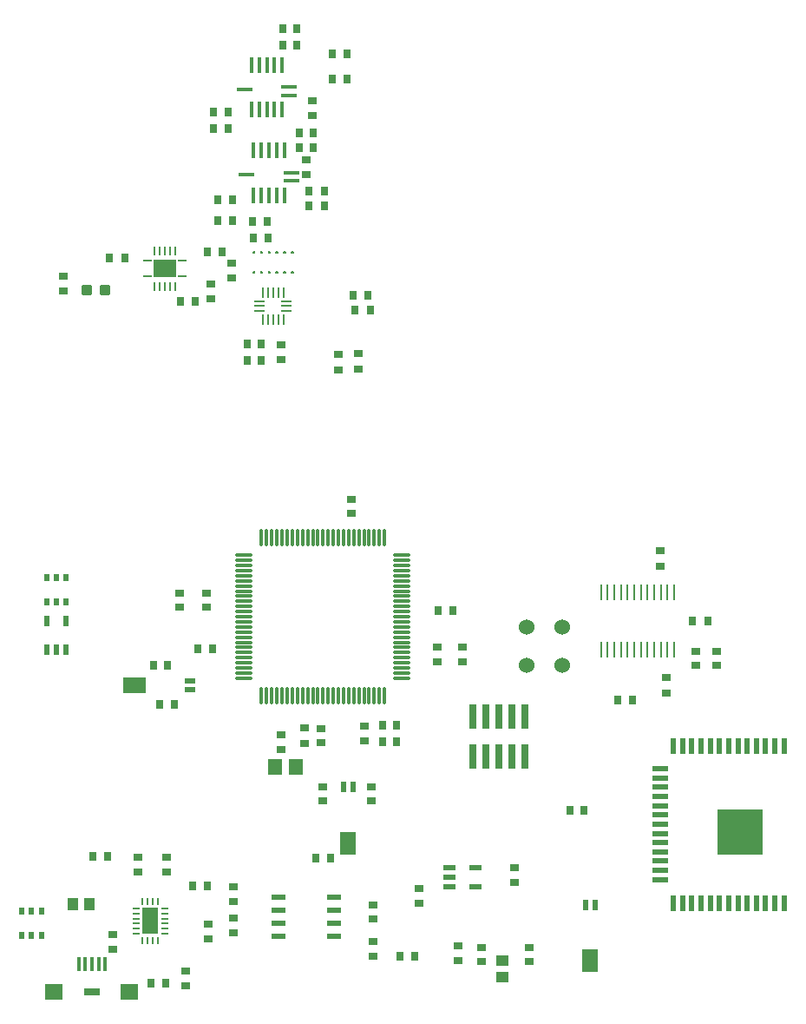
<source format=gtp>
G04 Layer_Color=8421504*
%FSLAX25Y25*%
%MOIN*%
G70*
G01*
G75*
%ADD10R,0.02000X0.04000*%
%ADD11R,0.06000X0.09000*%
%ADD12R,0.04000X0.02000*%
%ADD13R,0.09000X0.06000*%
%ADD14R,0.01968X0.05905*%
%ADD15R,0.05905X0.01968*%
%ADD16R,0.17323X0.17323*%
%ADD17R,0.02913X0.09449*%
%ADD18R,0.06496X0.10433*%
%ADD19R,0.00984X0.02756*%
%ADD20R,0.02756X0.00984*%
%ADD21R,0.03347X0.01102*%
%ADD22R,0.01102X0.03347*%
%ADD23R,0.08976X0.07008*%
%ADD24R,0.00984X0.06102*%
%ADD25C,0.06000*%
%ADD26R,0.03543X0.03150*%
%ADD27R,0.03150X0.03543*%
%ADD28R,0.05118X0.03937*%
%ADD29R,0.05709X0.02362*%
%ADD30R,0.04724X0.02165*%
%ADD31R,0.02756X0.03543*%
%ADD32R,0.03543X0.02756*%
%ADD34R,0.04134X0.00984*%
%ADD35R,0.00984X0.04134*%
%ADD36R,0.03937X0.05118*%
%ADD37R,0.05512X0.05905*%
%ADD38R,0.01378X0.06319*%
%ADD39R,0.06319X0.01575*%
%ADD40O,0.01181X0.07283*%
%ADD41O,0.07283X0.01181*%
%ADD42R,0.02000X0.02752*%
%ADD43R,0.02362X0.03937*%
G04:AMPARAMS|DCode=44|XSize=39.37mil|YSize=39.37mil|CornerRadius=5.91mil|HoleSize=0mil|Usage=FLASHONLY|Rotation=90.000|XOffset=0mil|YOffset=0mil|HoleType=Round|Shape=RoundedRectangle|*
%AMROUNDEDRECTD44*
21,1,0.03937,0.02756,0,0,90.0*
21,1,0.02756,0.03937,0,0,90.0*
1,1,0.01181,0.01378,0.01378*
1,1,0.01181,0.01378,-0.01378*
1,1,0.01181,-0.01378,-0.01378*
1,1,0.01181,-0.01378,0.01378*
%
%ADD44ROUNDEDRECTD44*%
%ADD45R,0.01575X0.05512*%
%ADD50R,0.07086X0.05906*%
%ADD66R,0.05906X0.02756*%
G36*
X107411Y290262D02*
X107577Y290096D01*
X107667Y289879D01*
Y289761D01*
X107667Y289644D01*
X107577Y289427D01*
X107411Y289261D01*
X107194Y289171D01*
X107076Y289171D01*
X106959D01*
X106742Y289261D01*
X106576Y289427D01*
X106486Y289644D01*
Y289761D01*
X106486Y289879D01*
X106576Y290096D01*
X106742Y290262D01*
X106958Y290352D01*
X107076Y290352D01*
Y290352D01*
X107194D01*
X107411Y290262D01*
D02*
G37*
G36*
X110364D02*
X110530Y290096D01*
X110620Y289879D01*
Y289761D01*
X110620Y289644D01*
X110530Y289427D01*
X110364Y289261D01*
X110146Y289171D01*
X110029Y289171D01*
X109912D01*
X109695Y289261D01*
X109529Y289427D01*
X109439Y289644D01*
Y289761D01*
X109439Y289879D01*
X109529Y290096D01*
X109695Y290262D01*
X109912Y290352D01*
X110029Y290352D01*
Y290352D01*
X110147D01*
X110364Y290262D01*
D02*
G37*
G36*
X112982Y290352D02*
X113100Y290352D01*
X113316Y290262D01*
X113482Y290096D01*
X113572Y289879D01*
X113572Y289761D01*
X113572Y289644D01*
X113482Y289427D01*
X113316Y289261D01*
X113099Y289171D01*
X112982D01*
X112864Y289171D01*
X112647Y289261D01*
X112481Y289427D01*
X112391Y289644D01*
X112391Y289761D01*
Y289879D01*
X112481Y290096D01*
X112647Y290262D01*
X112864Y290352D01*
X112982D01*
X112982Y290352D01*
D02*
G37*
G36*
X98553Y290262D02*
X98719Y290096D01*
X98809Y289879D01*
Y289761D01*
X98809Y289644D01*
X98719Y289427D01*
X98553Y289261D01*
X98335Y289171D01*
X98218Y289171D01*
X98101D01*
X97884Y289261D01*
X97718Y289427D01*
X97628Y289644D01*
Y289761D01*
X97628Y289879D01*
X97718Y290096D01*
X97884Y290262D01*
X98101Y290352D01*
X98218Y290352D01*
Y290352D01*
X98336D01*
X98553Y290262D01*
D02*
G37*
G36*
X101171Y290352D02*
X101288Y290352D01*
X101505Y290262D01*
X101671Y290096D01*
X101761Y289879D01*
X101761Y289761D01*
X101761Y289644D01*
X101671Y289427D01*
X101505Y289261D01*
X101288Y289171D01*
X101171D01*
X101054Y289171D01*
X100836Y289261D01*
X100670Y289427D01*
X100580Y289644D01*
X100580Y289761D01*
Y289879D01*
X100670Y290096D01*
X100836Y290262D01*
X101053Y290352D01*
X101171D01*
X101171Y290352D01*
D02*
G37*
G36*
X104124D02*
X104242Y290352D01*
X104458Y290262D01*
X104624Y290096D01*
X104714Y289879D01*
X104714Y289761D01*
X104714Y289644D01*
X104624Y289427D01*
X104458Y289261D01*
X104241Y289171D01*
X104124D01*
X104007Y289171D01*
X103789Y289261D01*
X103623Y289427D01*
X103533Y289644D01*
X103533Y289761D01*
Y289879D01*
X103623Y290096D01*
X103789Y290262D01*
X104006Y290352D01*
X104124D01*
X104124Y290352D01*
D02*
G37*
G36*
X98553Y297939D02*
X98719Y297773D01*
X98809Y297556D01*
X98809Y297439D01*
X98809Y297321D01*
X98719Y297104D01*
X98553Y296938D01*
X98336Y296848D01*
X98218D01*
X98101Y296848D01*
X97884Y296938D01*
X97718Y297104D01*
X97628Y297322D01*
X97628Y297439D01*
Y297556D01*
X97718Y297773D01*
X97884Y297939D01*
X98101Y298029D01*
X98218D01*
Y298029D01*
X98335Y298029D01*
X98553Y297939D01*
D02*
G37*
G36*
X107411D02*
X107577Y297773D01*
X107667Y297556D01*
X107667Y297439D01*
X107667Y297321D01*
X107577Y297104D01*
X107411Y296938D01*
X107194Y296848D01*
X107076D01*
X106958Y296848D01*
X106742Y296938D01*
X106576Y297104D01*
X106486Y297322D01*
X106486Y297439D01*
Y297556D01*
X106576Y297773D01*
X106742Y297939D01*
X106959Y298029D01*
X107076D01*
Y298029D01*
X107194Y298029D01*
X107411Y297939D01*
D02*
G37*
G36*
X110364D02*
X110530Y297773D01*
X110620Y297556D01*
X110620Y297439D01*
X110620Y297321D01*
X110530Y297104D01*
X110364Y296938D01*
X110147Y296848D01*
X110029D01*
X109912Y296848D01*
X109695Y296938D01*
X109529Y297104D01*
X109439Y297322D01*
X109439Y297439D01*
Y297556D01*
X109529Y297773D01*
X109695Y297939D01*
X109912Y298029D01*
X110029D01*
Y298029D01*
X110146Y298029D01*
X110364Y297939D01*
D02*
G37*
G36*
X101171Y298029D02*
X101171Y298029D01*
X101288D01*
X101505Y297939D01*
X101671Y297773D01*
X101761Y297556D01*
Y297439D01*
X101761Y297322D01*
X101671Y297104D01*
X101505Y296938D01*
X101288Y296848D01*
X101171Y296848D01*
X101053D01*
X100836Y296938D01*
X100670Y297104D01*
X100580Y297321D01*
Y297439D01*
X100580Y297556D01*
X100670Y297773D01*
X100836Y297939D01*
X101054Y298029D01*
X101171Y298029D01*
D02*
G37*
G36*
X104124D02*
X104124Y298029D01*
X104241D01*
X104458Y297939D01*
X104624Y297773D01*
X104714Y297556D01*
Y297439D01*
X104714Y297322D01*
X104624Y297104D01*
X104458Y296938D01*
X104242Y296848D01*
X104124Y296848D01*
X104006D01*
X103789Y296938D01*
X103623Y297104D01*
X103533Y297321D01*
Y297439D01*
X103533Y297556D01*
X103623Y297773D01*
X103789Y297939D01*
X104007Y298029D01*
X104124Y298029D01*
D02*
G37*
G36*
X112982D02*
X112982Y298029D01*
X113099D01*
X113316Y297939D01*
X113482Y297773D01*
X113572Y297556D01*
Y297439D01*
X113572Y297322D01*
X113482Y297104D01*
X113316Y296938D01*
X113100Y296848D01*
X112982Y296848D01*
X112864D01*
X112647Y296938D01*
X112481Y297104D01*
X112391Y297321D01*
Y297439D01*
X112391Y297556D01*
X112481Y297773D01*
X112647Y297939D01*
X112864Y298029D01*
X112982Y298029D01*
D02*
G37*
D10*
X229200Y47000D02*
D03*
X225800D02*
D03*
X136200Y92200D02*
D03*
X132800D02*
D03*
D11*
X227500Y25500D02*
D03*
X134500Y70700D02*
D03*
D12*
X73700Y129700D02*
D03*
Y133100D02*
D03*
D13*
X52200Y131400D02*
D03*
D14*
X301930Y108000D02*
D03*
X298387D02*
D03*
X294843D02*
D03*
X291300D02*
D03*
X287757D02*
D03*
X284213D02*
D03*
X280670D02*
D03*
X277127D02*
D03*
X273584D02*
D03*
X270040D02*
D03*
X266497D02*
D03*
X262953D02*
D03*
X259410D02*
D03*
Y47500D02*
D03*
X262953D02*
D03*
X266497D02*
D03*
X270040D02*
D03*
X273584D02*
D03*
X277127D02*
D03*
X280670D02*
D03*
X284213D02*
D03*
X287757D02*
D03*
X291300D02*
D03*
X294843D02*
D03*
X298387D02*
D03*
X301930D02*
D03*
D15*
X254426Y99252D02*
D03*
Y95709D02*
D03*
Y92165D02*
D03*
Y88622D02*
D03*
Y85079D02*
D03*
Y81535D02*
D03*
Y77992D02*
D03*
Y74449D02*
D03*
Y70906D02*
D03*
Y67362D02*
D03*
Y63819D02*
D03*
Y60276D02*
D03*
Y56732D02*
D03*
D16*
X285158Y74835D02*
D03*
D17*
X182496Y119231D02*
D03*
X187496D02*
D03*
X192496D02*
D03*
X197496D02*
D03*
X202496D02*
D03*
X202500Y103900D02*
D03*
X197500D02*
D03*
X192500D02*
D03*
X187500D02*
D03*
X182500D02*
D03*
D18*
X58400Y40800D02*
D03*
D19*
X55447Y48280D02*
D03*
X57416D02*
D03*
X59384D02*
D03*
X61353D02*
D03*
Y33320D02*
D03*
X59384D02*
D03*
X57416D02*
D03*
X55447D02*
D03*
D20*
X63912Y45721D02*
D03*
Y43753D02*
D03*
Y41784D02*
D03*
Y39816D02*
D03*
Y37847D02*
D03*
Y35879D02*
D03*
X52888D02*
D03*
Y37847D02*
D03*
Y39816D02*
D03*
Y41784D02*
D03*
Y43753D02*
D03*
Y45721D02*
D03*
D21*
X70791Y288247D02*
D03*
Y294153D02*
D03*
X57209D02*
D03*
Y288247D02*
D03*
D22*
X67937Y297991D02*
D03*
X65969D02*
D03*
X64000D02*
D03*
X62032D02*
D03*
X60063D02*
D03*
Y284409D02*
D03*
X62032D02*
D03*
X64000D02*
D03*
X65969D02*
D03*
X67937D02*
D03*
D23*
X64000Y291200D02*
D03*
D24*
X259675Y167024D02*
D03*
X257116D02*
D03*
X254557D02*
D03*
X251998D02*
D03*
X249439D02*
D03*
X246880D02*
D03*
X244321D02*
D03*
X241761D02*
D03*
X239202D02*
D03*
X236643D02*
D03*
X234084D02*
D03*
X231525D02*
D03*
X259675Y144976D02*
D03*
X257116D02*
D03*
X254557D02*
D03*
X251998D02*
D03*
X249439D02*
D03*
X246880D02*
D03*
X244321D02*
D03*
X241761D02*
D03*
X239202D02*
D03*
X236643D02*
D03*
X234084D02*
D03*
X231525D02*
D03*
D25*
X216800Y153600D02*
D03*
Y139030D02*
D03*
X203021Y153600D02*
D03*
Y139030D02*
D03*
D26*
X268000Y144356D02*
D03*
Y138844D02*
D03*
X276000Y144356D02*
D03*
Y138844D02*
D03*
X80000Y166756D02*
D03*
Y161244D02*
D03*
X108700Y112156D02*
D03*
Y106644D02*
D03*
X140800Y115556D02*
D03*
Y110044D02*
D03*
X124000Y114756D02*
D03*
Y109244D02*
D03*
X168800Y145956D02*
D03*
Y140444D02*
D03*
X143200Y92356D02*
D03*
Y86844D02*
D03*
X124800Y92356D02*
D03*
Y86844D02*
D03*
X64800Y65156D02*
D03*
Y59644D02*
D03*
X53600Y59644D02*
D03*
Y65156D02*
D03*
X80800Y34044D02*
D03*
Y39556D02*
D03*
X144000Y41600D02*
D03*
Y47112D02*
D03*
X90400Y41956D02*
D03*
Y36444D02*
D03*
X185600Y25244D02*
D03*
Y30756D02*
D03*
X161600Y53156D02*
D03*
Y47644D02*
D03*
X198400Y61156D02*
D03*
Y55644D02*
D03*
X44000Y35556D02*
D03*
Y30044D02*
D03*
X72000Y21600D02*
D03*
Y16088D02*
D03*
X90400Y53956D02*
D03*
Y48444D02*
D03*
X176800Y25688D02*
D03*
Y31200D02*
D03*
X25100Y282744D02*
D03*
Y288256D02*
D03*
X144000Y27288D02*
D03*
Y32800D02*
D03*
X204000Y30756D02*
D03*
Y25244D02*
D03*
X178400Y145956D02*
D03*
Y140444D02*
D03*
X69600Y166756D02*
D03*
Y161244D02*
D03*
X108800Y261956D02*
D03*
Y256444D02*
D03*
X135800Y197244D02*
D03*
Y202756D02*
D03*
X81600Y279644D02*
D03*
Y285156D02*
D03*
X89600Y293156D02*
D03*
Y287644D02*
D03*
D27*
X88356Y351200D02*
D03*
X82844D02*
D03*
X109244Y383200D02*
D03*
X114756D02*
D03*
X109244Y376800D02*
D03*
X114756D02*
D03*
X89956Y309600D02*
D03*
X84444D02*
D03*
X115644Y343200D02*
D03*
X121156D02*
D03*
X115644Y337600D02*
D03*
X121156D02*
D03*
X103356Y309400D02*
D03*
X97844D02*
D03*
X103556Y303000D02*
D03*
X98044D02*
D03*
X101156Y262400D02*
D03*
X95644D02*
D03*
X101156Y256000D02*
D03*
X95644D02*
D03*
X70144Y278500D02*
D03*
X75656D02*
D03*
X82256Y145300D02*
D03*
X76744D02*
D03*
X147644Y109600D02*
D03*
X153156D02*
D03*
X169044Y159900D02*
D03*
X174556D02*
D03*
X67556Y124000D02*
D03*
X62044D02*
D03*
X65156Y138900D02*
D03*
X59644D02*
D03*
X225156Y83200D02*
D03*
X219644D02*
D03*
X80356Y54400D02*
D03*
X74844D02*
D03*
X36444Y65600D02*
D03*
X41956D02*
D03*
X122044Y64800D02*
D03*
X127556D02*
D03*
X159912Y27200D02*
D03*
X154400D02*
D03*
X147644Y116000D02*
D03*
X153156D02*
D03*
X89956Y317600D02*
D03*
X84444D02*
D03*
X88356Y344800D02*
D03*
X82844D02*
D03*
X238044Y125600D02*
D03*
X243556D02*
D03*
X64356Y16800D02*
D03*
X58844D02*
D03*
X85956Y297600D02*
D03*
X80444D02*
D03*
D28*
X193600Y19250D02*
D03*
Y25550D02*
D03*
D29*
X107672Y49900D02*
D03*
Y44900D02*
D03*
Y39900D02*
D03*
Y34900D02*
D03*
X129128Y49900D02*
D03*
Y44900D02*
D03*
Y39900D02*
D03*
Y34900D02*
D03*
D30*
X173281Y61340D02*
D03*
Y57600D02*
D03*
Y53860D02*
D03*
X183519D02*
D03*
Y61340D02*
D03*
D31*
X134153Y364000D02*
D03*
X128247D02*
D03*
X266647Y156000D02*
D03*
X272553D02*
D03*
X134153Y373600D02*
D03*
X128247D02*
D03*
X48553Y295200D02*
D03*
X42647D02*
D03*
X119447Y320800D02*
D03*
X125353D02*
D03*
X119447Y315200D02*
D03*
X125353D02*
D03*
X136247Y280800D02*
D03*
X142153D02*
D03*
X137047Y275200D02*
D03*
X142953D02*
D03*
D32*
X256800Y134153D02*
D03*
Y128247D02*
D03*
X254400Y177047D02*
D03*
Y182953D02*
D03*
X118400Y327135D02*
D03*
Y333040D02*
D03*
X117600Y114953D02*
D03*
Y109047D02*
D03*
X120800Y355753D02*
D03*
Y349847D02*
D03*
X138400Y252647D02*
D03*
Y258553D02*
D03*
X130700Y252447D02*
D03*
Y258353D02*
D03*
D34*
X100482Y274832D02*
D03*
Y276800D02*
D03*
Y278768D02*
D03*
X110718D02*
D03*
Y276800D02*
D03*
Y274832D02*
D03*
D35*
X101663Y281918D02*
D03*
X103631D02*
D03*
X105600D02*
D03*
X107569D02*
D03*
X109537D02*
D03*
Y271682D02*
D03*
X107569D02*
D03*
X105600D02*
D03*
X103631D02*
D03*
X101663D02*
D03*
D36*
X35150Y47200D02*
D03*
X28850D02*
D03*
D37*
X106463Y100000D02*
D03*
X114337D02*
D03*
D38*
X109106Y369353D02*
D03*
X106153D02*
D03*
X103200D02*
D03*
X100247D02*
D03*
X97294D02*
D03*
X109106Y352247D02*
D03*
X106153D02*
D03*
X103200D02*
D03*
X100247D02*
D03*
X97294D02*
D03*
X109906Y336553D02*
D03*
X106953D02*
D03*
X104000D02*
D03*
X101047D02*
D03*
X98094D02*
D03*
X109906Y319447D02*
D03*
X106953D02*
D03*
X104000D02*
D03*
X101047D02*
D03*
X98094D02*
D03*
D39*
X111753Y360800D02*
D03*
Y357650D02*
D03*
X94647Y360111D02*
D03*
X112553Y328000D02*
D03*
Y324850D02*
D03*
X95447Y327311D02*
D03*
D40*
X101178Y187915D02*
D03*
X103147D02*
D03*
X105115D02*
D03*
X107083D02*
D03*
X109052D02*
D03*
X111021D02*
D03*
X112989D02*
D03*
X114957D02*
D03*
X116926D02*
D03*
X118895D02*
D03*
X120863D02*
D03*
X122831D02*
D03*
X124800D02*
D03*
X126769D02*
D03*
X128737D02*
D03*
X130705D02*
D03*
X132674D02*
D03*
X134643D02*
D03*
X136611D02*
D03*
X138579D02*
D03*
X140548D02*
D03*
X142517D02*
D03*
X144485D02*
D03*
X146453D02*
D03*
X148422D02*
D03*
Y127285D02*
D03*
X146453D02*
D03*
X144485D02*
D03*
X142517D02*
D03*
X140548D02*
D03*
X138579D02*
D03*
X136611D02*
D03*
X134643D02*
D03*
X132674D02*
D03*
X130705D02*
D03*
X128737D02*
D03*
X126769D02*
D03*
X124800D02*
D03*
X122831D02*
D03*
X120863D02*
D03*
X118895D02*
D03*
X116926D02*
D03*
X114957D02*
D03*
X112989D02*
D03*
X111021D02*
D03*
X109052D02*
D03*
X107083D02*
D03*
X105115D02*
D03*
X103147D02*
D03*
X101178D02*
D03*
D41*
X155115Y181222D02*
D03*
Y179253D02*
D03*
Y177285D02*
D03*
Y175317D02*
D03*
Y173348D02*
D03*
Y171379D02*
D03*
Y169411D02*
D03*
Y167443D02*
D03*
Y165474D02*
D03*
Y163505D02*
D03*
Y161537D02*
D03*
Y159569D02*
D03*
Y157600D02*
D03*
Y155631D02*
D03*
Y153663D02*
D03*
Y151695D02*
D03*
Y149726D02*
D03*
Y147757D02*
D03*
Y145789D02*
D03*
Y143821D02*
D03*
Y141852D02*
D03*
Y139883D02*
D03*
Y137915D02*
D03*
Y135947D02*
D03*
Y133978D02*
D03*
X94485D02*
D03*
Y135947D02*
D03*
Y137915D02*
D03*
Y139883D02*
D03*
Y141852D02*
D03*
Y143821D02*
D03*
Y145789D02*
D03*
Y147757D02*
D03*
Y149726D02*
D03*
Y151695D02*
D03*
Y153663D02*
D03*
Y155631D02*
D03*
Y157600D02*
D03*
Y159569D02*
D03*
Y161537D02*
D03*
Y163505D02*
D03*
Y165474D02*
D03*
Y167443D02*
D03*
Y169411D02*
D03*
Y171379D02*
D03*
Y173348D02*
D03*
Y175317D02*
D03*
Y177285D02*
D03*
Y179253D02*
D03*
Y181222D02*
D03*
D42*
X18660Y163423D02*
D03*
X22400D02*
D03*
X26140D02*
D03*
X18660Y172577D02*
D03*
X22400D02*
D03*
X26140D02*
D03*
X9060Y35423D02*
D03*
X12800D02*
D03*
X16540D02*
D03*
X9060Y44577D02*
D03*
X12800D02*
D03*
X16540D02*
D03*
D43*
X18660Y144987D02*
D03*
X22400D02*
D03*
X26140D02*
D03*
Y155813D02*
D03*
X18660D02*
D03*
D44*
X34147Y282800D02*
D03*
X41053D02*
D03*
D45*
X36000Y24230D02*
D03*
X33441D02*
D03*
X30882D02*
D03*
X38559D02*
D03*
X41118D02*
D03*
D50*
X21496Y13600D02*
D03*
X50504D02*
D03*
D66*
X36000D02*
D03*
M02*

</source>
